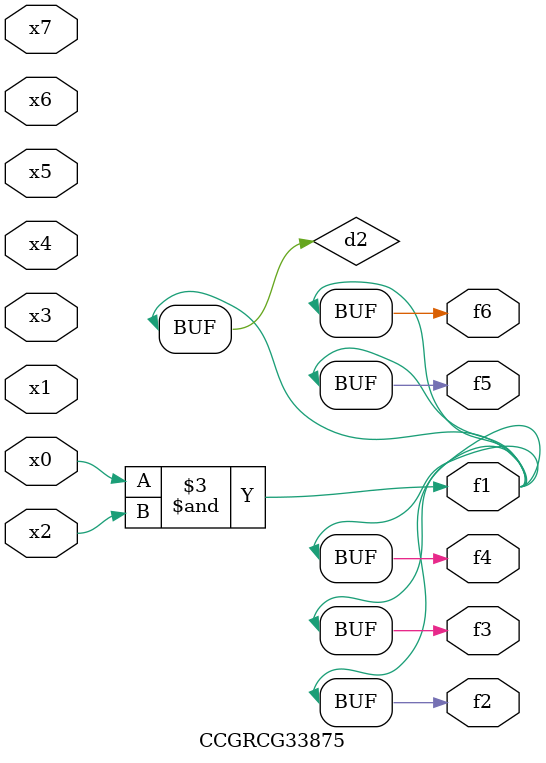
<source format=v>
module CCGRCG33875(
	input x0, x1, x2, x3, x4, x5, x6, x7,
	output f1, f2, f3, f4, f5, f6
);

	wire d1, d2;

	nor (d1, x3, x6);
	and (d2, x0, x2);
	assign f1 = d2;
	assign f2 = d2;
	assign f3 = d2;
	assign f4 = d2;
	assign f5 = d2;
	assign f6 = d2;
endmodule

</source>
